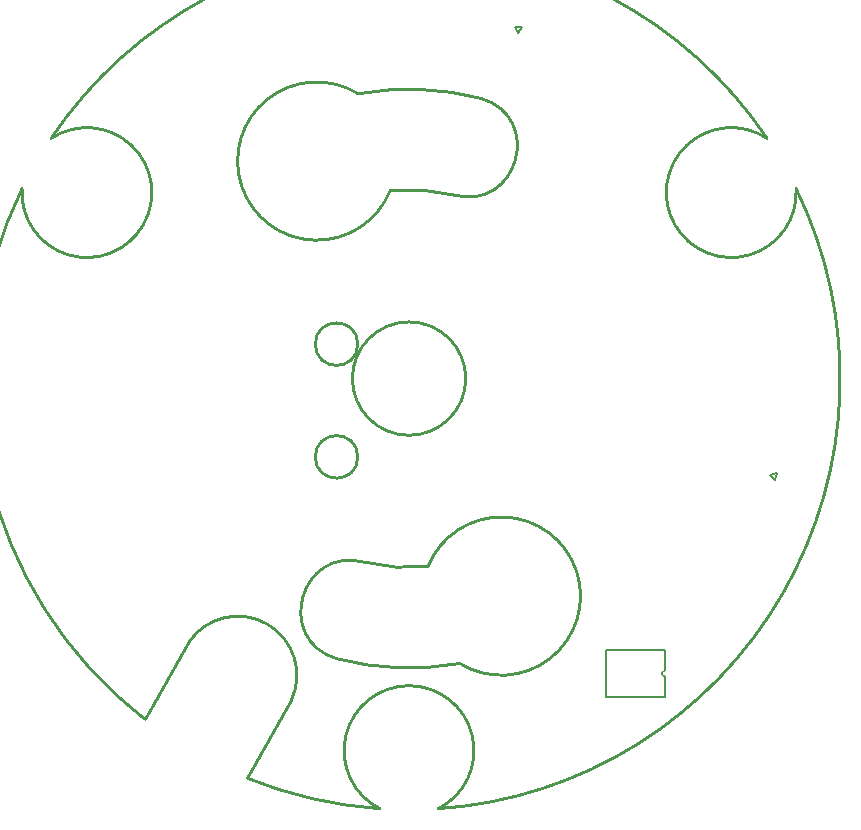
<source format=gm1>
G04*
G04 #@! TF.GenerationSoftware,Altium Limited,Altium Designer,19.1.5 (86)*
G04*
G04 Layer_Color=16711935*
%FSLAX25Y25*%
%MOIN*%
G70*
G01*
G75*
%ADD10C,0.01000*%
%ADD14C,0.00500*%
%ADD17C,0.00600*%
D10*
X141916Y123689D02*
G03*
X141916Y123689I-7087J0D01*
G01*
Y161287D02*
G03*
X141916Y161287I-7087J0D01*
G01*
X142064Y244751D02*
G03*
X152701Y212469I-13842J-22454D01*
G01*
X183126Y243182D02*
G03*
X142064Y244751I-24127J-93390D01*
G01*
X174065Y210956D02*
G03*
X152701Y212469I-15067J-61164D01*
G01*
X174065Y210956D02*
G03*
X183121Y243166I4230J16189D01*
G01*
X177896Y149792D02*
G03*
X177896Y149792I-18898J0D01*
G01*
X104892Y16667D02*
G03*
X149294Y6419I54106J133126D01*
G01*
X278310Y229884D02*
G03*
X39687Y229884I-119311J-80092D01*
G01*
X168736Y6422D02*
G03*
X288017Y213070I-9738J143370D01*
G01*
X29981Y213072D02*
G03*
X70869Y36288I129018J-63280D01*
G01*
X143932Y88628D02*
G03*
X134876Y56419I-4230J-16189D01*
G01*
X143932Y88628D02*
G03*
X165296Y87116I15067J61164D01*
G01*
X134871Y56402D02*
G03*
X175933Y54834I24127J93390D01*
G01*
D02*
G03*
X165296Y87116I13842J22454D01*
G01*
X119744Y42578D02*
G03*
X85776Y62190I-17832J8337D01*
G01*
X29981Y213072D02*
G03*
X39687Y229884I21616J-1272D01*
G01*
X278310Y229884D02*
G03*
X288016Y213072I-11910J-18084D01*
G01*
X168735Y6436D02*
G03*
X149294Y6419I-9737J19341D01*
G01*
X70869Y36288D02*
X85784Y62186D01*
X104892Y16666D02*
X119749Y42575D01*
D14*
X244243Y52500D02*
G03*
X244243Y50500I0J-1000D01*
G01*
X224557Y59374D02*
X244243D01*
X224557Y43626D02*
Y59374D01*
Y43626D02*
X244243D01*
Y50500D01*
Y52500D02*
Y59374D01*
D17*
X195404Y264963D02*
X196492Y266987D01*
X194308D02*
X195404Y264963D01*
X194308Y266987D02*
X196492D01*
X279393Y117537D02*
X281593Y118199D01*
X280937Y115993D02*
X281593Y118199D01*
X279393Y117537D02*
X280937Y115993D01*
M02*

</source>
